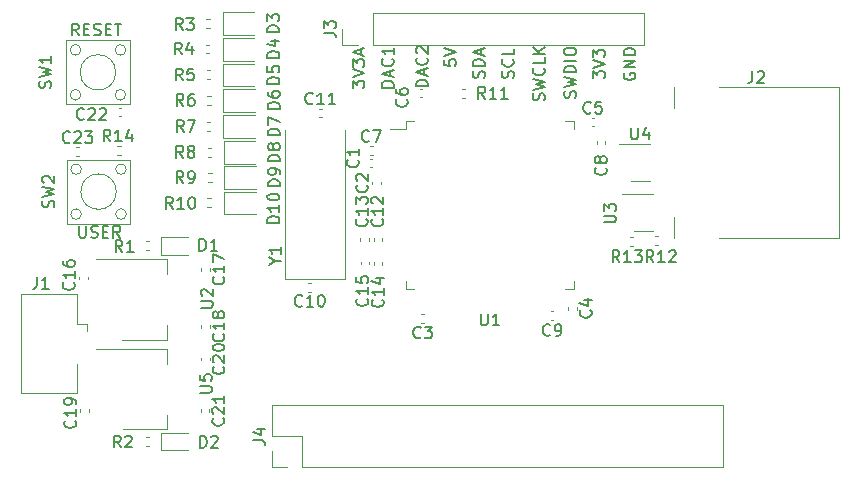
<source format=gbr>
%TF.GenerationSoftware,KiCad,Pcbnew,(6.0.2)*%
%TF.CreationDate,2022-03-17T20:21:47-04:00*%
%TF.ProjectId,sparkboxBreakout,73706172-6b62-46f7-9842-7265616b6f75,rev?*%
%TF.SameCoordinates,Original*%
%TF.FileFunction,Legend,Top*%
%TF.FilePolarity,Positive*%
%FSLAX46Y46*%
G04 Gerber Fmt 4.6, Leading zero omitted, Abs format (unit mm)*
G04 Created by KiCad (PCBNEW (6.0.2)) date 2022-03-17 20:21:47*
%MOMM*%
%LPD*%
G01*
G04 APERTURE LIST*
%ADD10C,0.150000*%
%ADD11C,0.120000*%
G04 APERTURE END LIST*
D10*
X142625000Y-84836904D02*
X142577380Y-84932142D01*
X142577380Y-85075000D01*
X142625000Y-85217857D01*
X142720238Y-85313095D01*
X142815476Y-85360714D01*
X143005952Y-85408333D01*
X143148809Y-85408333D01*
X143339285Y-85360714D01*
X143434523Y-85313095D01*
X143529761Y-85217857D01*
X143577380Y-85075000D01*
X143577380Y-84979761D01*
X143529761Y-84836904D01*
X143482142Y-84789285D01*
X143148809Y-84789285D01*
X143148809Y-84979761D01*
X143577380Y-84360714D02*
X142577380Y-84360714D01*
X143577380Y-83789285D01*
X142577380Y-83789285D01*
X143577380Y-83313095D02*
X142577380Y-83313095D01*
X142577380Y-83075000D01*
X142625000Y-82932142D01*
X142720238Y-82836904D01*
X142815476Y-82789285D01*
X143005952Y-82741666D01*
X143148809Y-82741666D01*
X143339285Y-82789285D01*
X143434523Y-82836904D01*
X143529761Y-82932142D01*
X143577380Y-83075000D01*
X143577380Y-83313095D01*
X139977380Y-85288095D02*
X139977380Y-84669047D01*
X140358333Y-85002380D01*
X140358333Y-84859523D01*
X140405952Y-84764285D01*
X140453571Y-84716666D01*
X140548809Y-84669047D01*
X140786904Y-84669047D01*
X140882142Y-84716666D01*
X140929761Y-84764285D01*
X140977380Y-84859523D01*
X140977380Y-85145238D01*
X140929761Y-85240476D01*
X140882142Y-85288095D01*
X139977380Y-84383333D02*
X140977380Y-84050000D01*
X139977380Y-83716666D01*
X139977380Y-83478571D02*
X139977380Y-82859523D01*
X140358333Y-83192857D01*
X140358333Y-83050000D01*
X140405952Y-82954761D01*
X140453571Y-82907142D01*
X140548809Y-82859523D01*
X140786904Y-82859523D01*
X140882142Y-82907142D01*
X140929761Y-82954761D01*
X140977380Y-83050000D01*
X140977380Y-83335714D01*
X140929761Y-83430952D01*
X140882142Y-83478571D01*
X138504761Y-86919047D02*
X138552380Y-86776190D01*
X138552380Y-86538095D01*
X138504761Y-86442857D01*
X138457142Y-86395238D01*
X138361904Y-86347619D01*
X138266666Y-86347619D01*
X138171428Y-86395238D01*
X138123809Y-86442857D01*
X138076190Y-86538095D01*
X138028571Y-86728571D01*
X137980952Y-86823809D01*
X137933333Y-86871428D01*
X137838095Y-86919047D01*
X137742857Y-86919047D01*
X137647619Y-86871428D01*
X137600000Y-86823809D01*
X137552380Y-86728571D01*
X137552380Y-86490476D01*
X137600000Y-86347619D01*
X137552380Y-86014285D02*
X138552380Y-85776190D01*
X137838095Y-85585714D01*
X138552380Y-85395238D01*
X137552380Y-85157142D01*
X138552380Y-84776190D02*
X137552380Y-84776190D01*
X137552380Y-84538095D01*
X137600000Y-84395238D01*
X137695238Y-84300000D01*
X137790476Y-84252380D01*
X137980952Y-84204761D01*
X138123809Y-84204761D01*
X138314285Y-84252380D01*
X138409523Y-84300000D01*
X138504761Y-84395238D01*
X138552380Y-84538095D01*
X138552380Y-84776190D01*
X138552380Y-83776190D02*
X137552380Y-83776190D01*
X137552380Y-83109523D02*
X137552380Y-82919047D01*
X137600000Y-82823809D01*
X137695238Y-82728571D01*
X137885714Y-82680952D01*
X138219047Y-82680952D01*
X138409523Y-82728571D01*
X138504761Y-82823809D01*
X138552380Y-82919047D01*
X138552380Y-83109523D01*
X138504761Y-83204761D01*
X138409523Y-83300000D01*
X138219047Y-83347619D01*
X137885714Y-83347619D01*
X137695238Y-83300000D01*
X137600000Y-83204761D01*
X137552380Y-83109523D01*
X135854761Y-87136904D02*
X135902380Y-86994047D01*
X135902380Y-86755952D01*
X135854761Y-86660714D01*
X135807142Y-86613095D01*
X135711904Y-86565476D01*
X135616666Y-86565476D01*
X135521428Y-86613095D01*
X135473809Y-86660714D01*
X135426190Y-86755952D01*
X135378571Y-86946428D01*
X135330952Y-87041666D01*
X135283333Y-87089285D01*
X135188095Y-87136904D01*
X135092857Y-87136904D01*
X134997619Y-87089285D01*
X134950000Y-87041666D01*
X134902380Y-86946428D01*
X134902380Y-86708333D01*
X134950000Y-86565476D01*
X134902380Y-86232142D02*
X135902380Y-85994047D01*
X135188095Y-85803571D01*
X135902380Y-85613095D01*
X134902380Y-85375000D01*
X135807142Y-84422619D02*
X135854761Y-84470238D01*
X135902380Y-84613095D01*
X135902380Y-84708333D01*
X135854761Y-84851190D01*
X135759523Y-84946428D01*
X135664285Y-84994047D01*
X135473809Y-85041666D01*
X135330952Y-85041666D01*
X135140476Y-84994047D01*
X135045238Y-84946428D01*
X134950000Y-84851190D01*
X134902380Y-84708333D01*
X134902380Y-84613095D01*
X134950000Y-84470238D01*
X134997619Y-84422619D01*
X135902380Y-83517857D02*
X135902380Y-83994047D01*
X134902380Y-83994047D01*
X135902380Y-83184523D02*
X134902380Y-83184523D01*
X135902380Y-82613095D02*
X135330952Y-83041666D01*
X134902380Y-82613095D02*
X135473809Y-83184523D01*
X133229761Y-85240476D02*
X133277380Y-85097619D01*
X133277380Y-84859523D01*
X133229761Y-84764285D01*
X133182142Y-84716666D01*
X133086904Y-84669047D01*
X132991666Y-84669047D01*
X132896428Y-84716666D01*
X132848809Y-84764285D01*
X132801190Y-84859523D01*
X132753571Y-85050000D01*
X132705952Y-85145238D01*
X132658333Y-85192857D01*
X132563095Y-85240476D01*
X132467857Y-85240476D01*
X132372619Y-85192857D01*
X132325000Y-85145238D01*
X132277380Y-85050000D01*
X132277380Y-84811904D01*
X132325000Y-84669047D01*
X133182142Y-83669047D02*
X133229761Y-83716666D01*
X133277380Y-83859523D01*
X133277380Y-83954761D01*
X133229761Y-84097619D01*
X133134523Y-84192857D01*
X133039285Y-84240476D01*
X132848809Y-84288095D01*
X132705952Y-84288095D01*
X132515476Y-84240476D01*
X132420238Y-84192857D01*
X132325000Y-84097619D01*
X132277380Y-83954761D01*
X132277380Y-83859523D01*
X132325000Y-83716666D01*
X132372619Y-83669047D01*
X133277380Y-82764285D02*
X133277380Y-83240476D01*
X132277380Y-83240476D01*
X130754761Y-85239285D02*
X130802380Y-85096428D01*
X130802380Y-84858333D01*
X130754761Y-84763095D01*
X130707142Y-84715476D01*
X130611904Y-84667857D01*
X130516666Y-84667857D01*
X130421428Y-84715476D01*
X130373809Y-84763095D01*
X130326190Y-84858333D01*
X130278571Y-85048809D01*
X130230952Y-85144047D01*
X130183333Y-85191666D01*
X130088095Y-85239285D01*
X129992857Y-85239285D01*
X129897619Y-85191666D01*
X129850000Y-85144047D01*
X129802380Y-85048809D01*
X129802380Y-84810714D01*
X129850000Y-84667857D01*
X130802380Y-84239285D02*
X129802380Y-84239285D01*
X129802380Y-84001190D01*
X129850000Y-83858333D01*
X129945238Y-83763095D01*
X130040476Y-83715476D01*
X130230952Y-83667857D01*
X130373809Y-83667857D01*
X130564285Y-83715476D01*
X130659523Y-83763095D01*
X130754761Y-83858333D01*
X130802380Y-84001190D01*
X130802380Y-84239285D01*
X130516666Y-83286904D02*
X130516666Y-82810714D01*
X130802380Y-83382142D02*
X129802380Y-83048809D01*
X130802380Y-82715476D01*
X127377380Y-83715476D02*
X127377380Y-84191666D01*
X127853571Y-84239285D01*
X127805952Y-84191666D01*
X127758333Y-84096428D01*
X127758333Y-83858333D01*
X127805952Y-83763095D01*
X127853571Y-83715476D01*
X127948809Y-83667857D01*
X128186904Y-83667857D01*
X128282142Y-83715476D01*
X128329761Y-83763095D01*
X128377380Y-83858333D01*
X128377380Y-84096428D01*
X128329761Y-84191666D01*
X128282142Y-84239285D01*
X127377380Y-83382142D02*
X128377380Y-83048809D01*
X127377380Y-82715476D01*
X126002380Y-85966666D02*
X125002380Y-85966666D01*
X125002380Y-85728571D01*
X125050000Y-85585714D01*
X125145238Y-85490476D01*
X125240476Y-85442857D01*
X125430952Y-85395238D01*
X125573809Y-85395238D01*
X125764285Y-85442857D01*
X125859523Y-85490476D01*
X125954761Y-85585714D01*
X126002380Y-85728571D01*
X126002380Y-85966666D01*
X125716666Y-85014285D02*
X125716666Y-84538095D01*
X126002380Y-85109523D02*
X125002380Y-84776190D01*
X126002380Y-84442857D01*
X125907142Y-83538095D02*
X125954761Y-83585714D01*
X126002380Y-83728571D01*
X126002380Y-83823809D01*
X125954761Y-83966666D01*
X125859523Y-84061904D01*
X125764285Y-84109523D01*
X125573809Y-84157142D01*
X125430952Y-84157142D01*
X125240476Y-84109523D01*
X125145238Y-84061904D01*
X125050000Y-83966666D01*
X125002380Y-83823809D01*
X125002380Y-83728571D01*
X125050000Y-83585714D01*
X125097619Y-83538095D01*
X125097619Y-83157142D02*
X125050000Y-83109523D01*
X125002380Y-83014285D01*
X125002380Y-82776190D01*
X125050000Y-82680952D01*
X125097619Y-82633333D01*
X125192857Y-82585714D01*
X125288095Y-82585714D01*
X125430952Y-82633333D01*
X126002380Y-83204761D01*
X126002380Y-82585714D01*
X123102380Y-86066666D02*
X122102380Y-86066666D01*
X122102380Y-85828571D01*
X122150000Y-85685714D01*
X122245238Y-85590476D01*
X122340476Y-85542857D01*
X122530952Y-85495238D01*
X122673809Y-85495238D01*
X122864285Y-85542857D01*
X122959523Y-85590476D01*
X123054761Y-85685714D01*
X123102380Y-85828571D01*
X123102380Y-86066666D01*
X122816666Y-85114285D02*
X122816666Y-84638095D01*
X123102380Y-85209523D02*
X122102380Y-84876190D01*
X123102380Y-84542857D01*
X123007142Y-83638095D02*
X123054761Y-83685714D01*
X123102380Y-83828571D01*
X123102380Y-83923809D01*
X123054761Y-84066666D01*
X122959523Y-84161904D01*
X122864285Y-84209523D01*
X122673809Y-84257142D01*
X122530952Y-84257142D01*
X122340476Y-84209523D01*
X122245238Y-84161904D01*
X122150000Y-84066666D01*
X122102380Y-83923809D01*
X122102380Y-83828571D01*
X122150000Y-83685714D01*
X122197619Y-83638095D01*
X123102380Y-82685714D02*
X123102380Y-83257142D01*
X123102380Y-82971428D02*
X122102380Y-82971428D01*
X122245238Y-83066666D01*
X122340476Y-83161904D01*
X122388095Y-83257142D01*
X119627380Y-86091666D02*
X119627380Y-85472619D01*
X120008333Y-85805952D01*
X120008333Y-85663095D01*
X120055952Y-85567857D01*
X120103571Y-85520238D01*
X120198809Y-85472619D01*
X120436904Y-85472619D01*
X120532142Y-85520238D01*
X120579761Y-85567857D01*
X120627380Y-85663095D01*
X120627380Y-85948809D01*
X120579761Y-86044047D01*
X120532142Y-86091666D01*
X119627380Y-85186904D02*
X120627380Y-84853571D01*
X119627380Y-84520238D01*
X119627380Y-84282142D02*
X119627380Y-83663095D01*
X120008333Y-83996428D01*
X120008333Y-83853571D01*
X120055952Y-83758333D01*
X120103571Y-83710714D01*
X120198809Y-83663095D01*
X120436904Y-83663095D01*
X120532142Y-83710714D01*
X120579761Y-83758333D01*
X120627380Y-83853571D01*
X120627380Y-84139285D01*
X120579761Y-84234523D01*
X120532142Y-84282142D01*
X120341666Y-83282142D02*
X120341666Y-82805952D01*
X120627380Y-83377380D02*
X119627380Y-83044047D01*
X120627380Y-82710714D01*
X96485714Y-97777380D02*
X96485714Y-98586904D01*
X96533333Y-98682142D01*
X96580952Y-98729761D01*
X96676190Y-98777380D01*
X96866666Y-98777380D01*
X96961904Y-98729761D01*
X97009523Y-98682142D01*
X97057142Y-98586904D01*
X97057142Y-97777380D01*
X97485714Y-98729761D02*
X97628571Y-98777380D01*
X97866666Y-98777380D01*
X97961904Y-98729761D01*
X98009523Y-98682142D01*
X98057142Y-98586904D01*
X98057142Y-98491666D01*
X98009523Y-98396428D01*
X97961904Y-98348809D01*
X97866666Y-98301190D01*
X97676190Y-98253571D01*
X97580952Y-98205952D01*
X97533333Y-98158333D01*
X97485714Y-98063095D01*
X97485714Y-97967857D01*
X97533333Y-97872619D01*
X97580952Y-97825000D01*
X97676190Y-97777380D01*
X97914285Y-97777380D01*
X98057142Y-97825000D01*
X98485714Y-98253571D02*
X98819047Y-98253571D01*
X98961904Y-98777380D02*
X98485714Y-98777380D01*
X98485714Y-97777380D01*
X98961904Y-97777380D01*
X99961904Y-98777380D02*
X99628571Y-98301190D01*
X99390476Y-98777380D02*
X99390476Y-97777380D01*
X99771428Y-97777380D01*
X99866666Y-97825000D01*
X99914285Y-97872619D01*
X99961904Y-97967857D01*
X99961904Y-98110714D01*
X99914285Y-98205952D01*
X99866666Y-98253571D01*
X99771428Y-98301190D01*
X99390476Y-98301190D01*
X96447619Y-81652380D02*
X96114285Y-81176190D01*
X95876190Y-81652380D02*
X95876190Y-80652380D01*
X96257142Y-80652380D01*
X96352380Y-80700000D01*
X96400000Y-80747619D01*
X96447619Y-80842857D01*
X96447619Y-80985714D01*
X96400000Y-81080952D01*
X96352380Y-81128571D01*
X96257142Y-81176190D01*
X95876190Y-81176190D01*
X96876190Y-81128571D02*
X97209523Y-81128571D01*
X97352380Y-81652380D02*
X96876190Y-81652380D01*
X96876190Y-80652380D01*
X97352380Y-80652380D01*
X97733333Y-81604761D02*
X97876190Y-81652380D01*
X98114285Y-81652380D01*
X98209523Y-81604761D01*
X98257142Y-81557142D01*
X98304761Y-81461904D01*
X98304761Y-81366666D01*
X98257142Y-81271428D01*
X98209523Y-81223809D01*
X98114285Y-81176190D01*
X97923809Y-81128571D01*
X97828571Y-81080952D01*
X97780952Y-81033333D01*
X97733333Y-80938095D01*
X97733333Y-80842857D01*
X97780952Y-80747619D01*
X97828571Y-80700000D01*
X97923809Y-80652380D01*
X98161904Y-80652380D01*
X98304761Y-80700000D01*
X98733333Y-81128571D02*
X99066666Y-81128571D01*
X99209523Y-81652380D02*
X98733333Y-81652380D01*
X98733333Y-80652380D01*
X99209523Y-80652380D01*
X99495238Y-80652380D02*
X100066666Y-80652380D01*
X99780952Y-81652380D02*
X99780952Y-80652380D01*
%TO.C,*%
%TO.C,Y1*%
X113076190Y-100751190D02*
X113552380Y-100751190D01*
X112552380Y-101084523D02*
X113076190Y-100751190D01*
X112552380Y-100417857D01*
X113552380Y-99560714D02*
X113552380Y-100132142D01*
X113552380Y-99846428D02*
X112552380Y-99846428D01*
X112695238Y-99941666D01*
X112790476Y-100036904D01*
X112838095Y-100132142D01*
%TO.C,U5*%
X106702380Y-111911904D02*
X107511904Y-111911904D01*
X107607142Y-111864285D01*
X107654761Y-111816666D01*
X107702380Y-111721428D01*
X107702380Y-111530952D01*
X107654761Y-111435714D01*
X107607142Y-111388095D01*
X107511904Y-111340476D01*
X106702380Y-111340476D01*
X106702380Y-110388095D02*
X106702380Y-110864285D01*
X107178571Y-110911904D01*
X107130952Y-110864285D01*
X107083333Y-110769047D01*
X107083333Y-110530952D01*
X107130952Y-110435714D01*
X107178571Y-110388095D01*
X107273809Y-110340476D01*
X107511904Y-110340476D01*
X107607142Y-110388095D01*
X107654761Y-110435714D01*
X107702380Y-110530952D01*
X107702380Y-110769047D01*
X107654761Y-110864285D01*
X107607142Y-110911904D01*
%TO.C,U4*%
X143213095Y-89452380D02*
X143213095Y-90261904D01*
X143260714Y-90357142D01*
X143308333Y-90404761D01*
X143403571Y-90452380D01*
X143594047Y-90452380D01*
X143689285Y-90404761D01*
X143736904Y-90357142D01*
X143784523Y-90261904D01*
X143784523Y-89452380D01*
X144689285Y-89785714D02*
X144689285Y-90452380D01*
X144451190Y-89404761D02*
X144213095Y-90119047D01*
X144832142Y-90119047D01*
%TO.C,U3*%
X140927380Y-97486904D02*
X141736904Y-97486904D01*
X141832142Y-97439285D01*
X141879761Y-97391666D01*
X141927380Y-97296428D01*
X141927380Y-97105952D01*
X141879761Y-97010714D01*
X141832142Y-96963095D01*
X141736904Y-96915476D01*
X140927380Y-96915476D01*
X140927380Y-96534523D02*
X140927380Y-95915476D01*
X141308333Y-96248809D01*
X141308333Y-96105952D01*
X141355952Y-96010714D01*
X141403571Y-95963095D01*
X141498809Y-95915476D01*
X141736904Y-95915476D01*
X141832142Y-95963095D01*
X141879761Y-96010714D01*
X141927380Y-96105952D01*
X141927380Y-96391666D01*
X141879761Y-96486904D01*
X141832142Y-96534523D01*
%TO.C,U2*%
X106802380Y-104686904D02*
X107611904Y-104686904D01*
X107707142Y-104639285D01*
X107754761Y-104591666D01*
X107802380Y-104496428D01*
X107802380Y-104305952D01*
X107754761Y-104210714D01*
X107707142Y-104163095D01*
X107611904Y-104115476D01*
X106802380Y-104115476D01*
X106897619Y-103686904D02*
X106850000Y-103639285D01*
X106802380Y-103544047D01*
X106802380Y-103305952D01*
X106850000Y-103210714D01*
X106897619Y-103163095D01*
X106992857Y-103115476D01*
X107088095Y-103115476D01*
X107230952Y-103163095D01*
X107802380Y-103734523D01*
X107802380Y-103115476D01*
%TO.C,U1*%
X130488095Y-105202380D02*
X130488095Y-106011904D01*
X130535714Y-106107142D01*
X130583333Y-106154761D01*
X130678571Y-106202380D01*
X130869047Y-106202380D01*
X130964285Y-106154761D01*
X131011904Y-106107142D01*
X131059523Y-106011904D01*
X131059523Y-105202380D01*
X132059523Y-106202380D02*
X131488095Y-106202380D01*
X131773809Y-106202380D02*
X131773809Y-105202380D01*
X131678571Y-105345238D01*
X131583333Y-105440476D01*
X131488095Y-105488095D01*
%TO.C,SW2*%
X94329761Y-96208333D02*
X94377380Y-96065476D01*
X94377380Y-95827380D01*
X94329761Y-95732142D01*
X94282142Y-95684523D01*
X94186904Y-95636904D01*
X94091666Y-95636904D01*
X93996428Y-95684523D01*
X93948809Y-95732142D01*
X93901190Y-95827380D01*
X93853571Y-96017857D01*
X93805952Y-96113095D01*
X93758333Y-96160714D01*
X93663095Y-96208333D01*
X93567857Y-96208333D01*
X93472619Y-96160714D01*
X93425000Y-96113095D01*
X93377380Y-96017857D01*
X93377380Y-95779761D01*
X93425000Y-95636904D01*
X93377380Y-95303571D02*
X94377380Y-95065476D01*
X93663095Y-94875000D01*
X94377380Y-94684523D01*
X93377380Y-94446428D01*
X93472619Y-94113095D02*
X93425000Y-94065476D01*
X93377380Y-93970238D01*
X93377380Y-93732142D01*
X93425000Y-93636904D01*
X93472619Y-93589285D01*
X93567857Y-93541666D01*
X93663095Y-93541666D01*
X93805952Y-93589285D01*
X94377380Y-94160714D01*
X94377380Y-93541666D01*
%TO.C,SW1*%
X94054761Y-86083333D02*
X94102380Y-85940476D01*
X94102380Y-85702380D01*
X94054761Y-85607142D01*
X94007142Y-85559523D01*
X93911904Y-85511904D01*
X93816666Y-85511904D01*
X93721428Y-85559523D01*
X93673809Y-85607142D01*
X93626190Y-85702380D01*
X93578571Y-85892857D01*
X93530952Y-85988095D01*
X93483333Y-86035714D01*
X93388095Y-86083333D01*
X93292857Y-86083333D01*
X93197619Y-86035714D01*
X93150000Y-85988095D01*
X93102380Y-85892857D01*
X93102380Y-85654761D01*
X93150000Y-85511904D01*
X93102380Y-85178571D02*
X94102380Y-84940476D01*
X93388095Y-84750000D01*
X94102380Y-84559523D01*
X93102380Y-84321428D01*
X94102380Y-83416666D02*
X94102380Y-83988095D01*
X94102380Y-83702380D02*
X93102380Y-83702380D01*
X93245238Y-83797619D01*
X93340476Y-83892857D01*
X93388095Y-83988095D01*
%TO.C,R14*%
X99117142Y-90627380D02*
X98783809Y-90151190D01*
X98545714Y-90627380D02*
X98545714Y-89627380D01*
X98926666Y-89627380D01*
X99021904Y-89675000D01*
X99069523Y-89722619D01*
X99117142Y-89817857D01*
X99117142Y-89960714D01*
X99069523Y-90055952D01*
X99021904Y-90103571D01*
X98926666Y-90151190D01*
X98545714Y-90151190D01*
X100069523Y-90627380D02*
X99498095Y-90627380D01*
X99783809Y-90627380D02*
X99783809Y-89627380D01*
X99688571Y-89770238D01*
X99593333Y-89865476D01*
X99498095Y-89913095D01*
X100926666Y-89960714D02*
X100926666Y-90627380D01*
X100688571Y-89579761D02*
X100450476Y-90294047D01*
X101069523Y-90294047D01*
%TO.C,R13*%
X142232142Y-100852380D02*
X141898809Y-100376190D01*
X141660714Y-100852380D02*
X141660714Y-99852380D01*
X142041666Y-99852380D01*
X142136904Y-99900000D01*
X142184523Y-99947619D01*
X142232142Y-100042857D01*
X142232142Y-100185714D01*
X142184523Y-100280952D01*
X142136904Y-100328571D01*
X142041666Y-100376190D01*
X141660714Y-100376190D01*
X143184523Y-100852380D02*
X142613095Y-100852380D01*
X142898809Y-100852380D02*
X142898809Y-99852380D01*
X142803571Y-99995238D01*
X142708333Y-100090476D01*
X142613095Y-100138095D01*
X143517857Y-99852380D02*
X144136904Y-99852380D01*
X143803571Y-100233333D01*
X143946428Y-100233333D01*
X144041666Y-100280952D01*
X144089285Y-100328571D01*
X144136904Y-100423809D01*
X144136904Y-100661904D01*
X144089285Y-100757142D01*
X144041666Y-100804761D01*
X143946428Y-100852380D01*
X143660714Y-100852380D01*
X143565476Y-100804761D01*
X143517857Y-100757142D01*
%TO.C,R12*%
X145107142Y-100852380D02*
X144773809Y-100376190D01*
X144535714Y-100852380D02*
X144535714Y-99852380D01*
X144916666Y-99852380D01*
X145011904Y-99900000D01*
X145059523Y-99947619D01*
X145107142Y-100042857D01*
X145107142Y-100185714D01*
X145059523Y-100280952D01*
X145011904Y-100328571D01*
X144916666Y-100376190D01*
X144535714Y-100376190D01*
X146059523Y-100852380D02*
X145488095Y-100852380D01*
X145773809Y-100852380D02*
X145773809Y-99852380D01*
X145678571Y-99995238D01*
X145583333Y-100090476D01*
X145488095Y-100138095D01*
X146440476Y-99947619D02*
X146488095Y-99900000D01*
X146583333Y-99852380D01*
X146821428Y-99852380D01*
X146916666Y-99900000D01*
X146964285Y-99947619D01*
X147011904Y-100042857D01*
X147011904Y-100138095D01*
X146964285Y-100280952D01*
X146392857Y-100852380D01*
X147011904Y-100852380D01*
%TO.C,R11*%
X130857142Y-87002380D02*
X130523809Y-86526190D01*
X130285714Y-87002380D02*
X130285714Y-86002380D01*
X130666666Y-86002380D01*
X130761904Y-86050000D01*
X130809523Y-86097619D01*
X130857142Y-86192857D01*
X130857142Y-86335714D01*
X130809523Y-86430952D01*
X130761904Y-86478571D01*
X130666666Y-86526190D01*
X130285714Y-86526190D01*
X131809523Y-87002380D02*
X131238095Y-87002380D01*
X131523809Y-87002380D02*
X131523809Y-86002380D01*
X131428571Y-86145238D01*
X131333333Y-86240476D01*
X131238095Y-86288095D01*
X132761904Y-87002380D02*
X132190476Y-87002380D01*
X132476190Y-87002380D02*
X132476190Y-86002380D01*
X132380952Y-86145238D01*
X132285714Y-86240476D01*
X132190476Y-86288095D01*
%TO.C,R10*%
X104407142Y-96327380D02*
X104073809Y-95851190D01*
X103835714Y-96327380D02*
X103835714Y-95327380D01*
X104216666Y-95327380D01*
X104311904Y-95375000D01*
X104359523Y-95422619D01*
X104407142Y-95517857D01*
X104407142Y-95660714D01*
X104359523Y-95755952D01*
X104311904Y-95803571D01*
X104216666Y-95851190D01*
X103835714Y-95851190D01*
X105359523Y-96327380D02*
X104788095Y-96327380D01*
X105073809Y-96327380D02*
X105073809Y-95327380D01*
X104978571Y-95470238D01*
X104883333Y-95565476D01*
X104788095Y-95613095D01*
X105978571Y-95327380D02*
X106073809Y-95327380D01*
X106169047Y-95375000D01*
X106216666Y-95422619D01*
X106264285Y-95517857D01*
X106311904Y-95708333D01*
X106311904Y-95946428D01*
X106264285Y-96136904D01*
X106216666Y-96232142D01*
X106169047Y-96279761D01*
X106073809Y-96327380D01*
X105978571Y-96327380D01*
X105883333Y-96279761D01*
X105835714Y-96232142D01*
X105788095Y-96136904D01*
X105740476Y-95946428D01*
X105740476Y-95708333D01*
X105788095Y-95517857D01*
X105835714Y-95422619D01*
X105883333Y-95375000D01*
X105978571Y-95327380D01*
%TO.C,R9*%
X105308333Y-94152380D02*
X104975000Y-93676190D01*
X104736904Y-94152380D02*
X104736904Y-93152380D01*
X105117857Y-93152380D01*
X105213095Y-93200000D01*
X105260714Y-93247619D01*
X105308333Y-93342857D01*
X105308333Y-93485714D01*
X105260714Y-93580952D01*
X105213095Y-93628571D01*
X105117857Y-93676190D01*
X104736904Y-93676190D01*
X105784523Y-94152380D02*
X105975000Y-94152380D01*
X106070238Y-94104761D01*
X106117857Y-94057142D01*
X106213095Y-93914285D01*
X106260714Y-93723809D01*
X106260714Y-93342857D01*
X106213095Y-93247619D01*
X106165476Y-93200000D01*
X106070238Y-93152380D01*
X105879761Y-93152380D01*
X105784523Y-93200000D01*
X105736904Y-93247619D01*
X105689285Y-93342857D01*
X105689285Y-93580952D01*
X105736904Y-93676190D01*
X105784523Y-93723809D01*
X105879761Y-93771428D01*
X106070238Y-93771428D01*
X106165476Y-93723809D01*
X106213095Y-93676190D01*
X106260714Y-93580952D01*
%TO.C,R8*%
X105283333Y-92002380D02*
X104950000Y-91526190D01*
X104711904Y-92002380D02*
X104711904Y-91002380D01*
X105092857Y-91002380D01*
X105188095Y-91050000D01*
X105235714Y-91097619D01*
X105283333Y-91192857D01*
X105283333Y-91335714D01*
X105235714Y-91430952D01*
X105188095Y-91478571D01*
X105092857Y-91526190D01*
X104711904Y-91526190D01*
X105854761Y-91430952D02*
X105759523Y-91383333D01*
X105711904Y-91335714D01*
X105664285Y-91240476D01*
X105664285Y-91192857D01*
X105711904Y-91097619D01*
X105759523Y-91050000D01*
X105854761Y-91002380D01*
X106045238Y-91002380D01*
X106140476Y-91050000D01*
X106188095Y-91097619D01*
X106235714Y-91192857D01*
X106235714Y-91240476D01*
X106188095Y-91335714D01*
X106140476Y-91383333D01*
X106045238Y-91430952D01*
X105854761Y-91430952D01*
X105759523Y-91478571D01*
X105711904Y-91526190D01*
X105664285Y-91621428D01*
X105664285Y-91811904D01*
X105711904Y-91907142D01*
X105759523Y-91954761D01*
X105854761Y-92002380D01*
X106045238Y-92002380D01*
X106140476Y-91954761D01*
X106188095Y-91907142D01*
X106235714Y-91811904D01*
X106235714Y-91621428D01*
X106188095Y-91526190D01*
X106140476Y-91478571D01*
X106045238Y-91430952D01*
%TO.C,R7*%
X105333333Y-89827380D02*
X105000000Y-89351190D01*
X104761904Y-89827380D02*
X104761904Y-88827380D01*
X105142857Y-88827380D01*
X105238095Y-88875000D01*
X105285714Y-88922619D01*
X105333333Y-89017857D01*
X105333333Y-89160714D01*
X105285714Y-89255952D01*
X105238095Y-89303571D01*
X105142857Y-89351190D01*
X104761904Y-89351190D01*
X105666666Y-88827380D02*
X106333333Y-88827380D01*
X105904761Y-89827380D01*
%TO.C,R6*%
X105308333Y-87602380D02*
X104975000Y-87126190D01*
X104736904Y-87602380D02*
X104736904Y-86602380D01*
X105117857Y-86602380D01*
X105213095Y-86650000D01*
X105260714Y-86697619D01*
X105308333Y-86792857D01*
X105308333Y-86935714D01*
X105260714Y-87030952D01*
X105213095Y-87078571D01*
X105117857Y-87126190D01*
X104736904Y-87126190D01*
X106165476Y-86602380D02*
X105975000Y-86602380D01*
X105879761Y-86650000D01*
X105832142Y-86697619D01*
X105736904Y-86840476D01*
X105689285Y-87030952D01*
X105689285Y-87411904D01*
X105736904Y-87507142D01*
X105784523Y-87554761D01*
X105879761Y-87602380D01*
X106070238Y-87602380D01*
X106165476Y-87554761D01*
X106213095Y-87507142D01*
X106260714Y-87411904D01*
X106260714Y-87173809D01*
X106213095Y-87078571D01*
X106165476Y-87030952D01*
X106070238Y-86983333D01*
X105879761Y-86983333D01*
X105784523Y-87030952D01*
X105736904Y-87078571D01*
X105689285Y-87173809D01*
%TO.C,R5*%
X105233333Y-85452380D02*
X104900000Y-84976190D01*
X104661904Y-85452380D02*
X104661904Y-84452380D01*
X105042857Y-84452380D01*
X105138095Y-84500000D01*
X105185714Y-84547619D01*
X105233333Y-84642857D01*
X105233333Y-84785714D01*
X105185714Y-84880952D01*
X105138095Y-84928571D01*
X105042857Y-84976190D01*
X104661904Y-84976190D01*
X106138095Y-84452380D02*
X105661904Y-84452380D01*
X105614285Y-84928571D01*
X105661904Y-84880952D01*
X105757142Y-84833333D01*
X105995238Y-84833333D01*
X106090476Y-84880952D01*
X106138095Y-84928571D01*
X106185714Y-85023809D01*
X106185714Y-85261904D01*
X106138095Y-85357142D01*
X106090476Y-85404761D01*
X105995238Y-85452380D01*
X105757142Y-85452380D01*
X105661904Y-85404761D01*
X105614285Y-85357142D01*
%TO.C,R4*%
X105183333Y-83252380D02*
X104850000Y-82776190D01*
X104611904Y-83252380D02*
X104611904Y-82252380D01*
X104992857Y-82252380D01*
X105088095Y-82300000D01*
X105135714Y-82347619D01*
X105183333Y-82442857D01*
X105183333Y-82585714D01*
X105135714Y-82680952D01*
X105088095Y-82728571D01*
X104992857Y-82776190D01*
X104611904Y-82776190D01*
X106040476Y-82585714D02*
X106040476Y-83252380D01*
X105802380Y-82204761D02*
X105564285Y-82919047D01*
X106183333Y-82919047D01*
%TO.C,R3*%
X105233333Y-81177380D02*
X104900000Y-80701190D01*
X104661904Y-81177380D02*
X104661904Y-80177380D01*
X105042857Y-80177380D01*
X105138095Y-80225000D01*
X105185714Y-80272619D01*
X105233333Y-80367857D01*
X105233333Y-80510714D01*
X105185714Y-80605952D01*
X105138095Y-80653571D01*
X105042857Y-80701190D01*
X104661904Y-80701190D01*
X105566666Y-80177380D02*
X106185714Y-80177380D01*
X105852380Y-80558333D01*
X105995238Y-80558333D01*
X106090476Y-80605952D01*
X106138095Y-80653571D01*
X106185714Y-80748809D01*
X106185714Y-80986904D01*
X106138095Y-81082142D01*
X106090476Y-81129761D01*
X105995238Y-81177380D01*
X105709523Y-81177380D01*
X105614285Y-81129761D01*
X105566666Y-81082142D01*
%TO.C,R2*%
X100008333Y-116527380D02*
X99675000Y-116051190D01*
X99436904Y-116527380D02*
X99436904Y-115527380D01*
X99817857Y-115527380D01*
X99913095Y-115575000D01*
X99960714Y-115622619D01*
X100008333Y-115717857D01*
X100008333Y-115860714D01*
X99960714Y-115955952D01*
X99913095Y-116003571D01*
X99817857Y-116051190D01*
X99436904Y-116051190D01*
X100389285Y-115622619D02*
X100436904Y-115575000D01*
X100532142Y-115527380D01*
X100770238Y-115527380D01*
X100865476Y-115575000D01*
X100913095Y-115622619D01*
X100960714Y-115717857D01*
X100960714Y-115813095D01*
X100913095Y-115955952D01*
X100341666Y-116527380D01*
X100960714Y-116527380D01*
%TO.C,R1*%
X100133333Y-99977380D02*
X99800000Y-99501190D01*
X99561904Y-99977380D02*
X99561904Y-98977380D01*
X99942857Y-98977380D01*
X100038095Y-99025000D01*
X100085714Y-99072619D01*
X100133333Y-99167857D01*
X100133333Y-99310714D01*
X100085714Y-99405952D01*
X100038095Y-99453571D01*
X99942857Y-99501190D01*
X99561904Y-99501190D01*
X101085714Y-99977380D02*
X100514285Y-99977380D01*
X100800000Y-99977380D02*
X100800000Y-98977380D01*
X100704761Y-99120238D01*
X100609523Y-99215476D01*
X100514285Y-99263095D01*
%TO.C,J4*%
X111222380Y-115913333D02*
X111936666Y-115913333D01*
X112079523Y-115960952D01*
X112174761Y-116056190D01*
X112222380Y-116199047D01*
X112222380Y-116294285D01*
X111555714Y-115008571D02*
X112222380Y-115008571D01*
X111174761Y-115246666D02*
X111889047Y-115484761D01*
X111889047Y-114865714D01*
%TO.C,J3*%
X117197380Y-81433333D02*
X117911666Y-81433333D01*
X118054523Y-81480952D01*
X118149761Y-81576190D01*
X118197380Y-81719047D01*
X118197380Y-81814285D01*
X117197380Y-81052380D02*
X117197380Y-80433333D01*
X117578333Y-80766666D01*
X117578333Y-80623809D01*
X117625952Y-80528571D01*
X117673571Y-80480952D01*
X117768809Y-80433333D01*
X118006904Y-80433333D01*
X118102142Y-80480952D01*
X118149761Y-80528571D01*
X118197380Y-80623809D01*
X118197380Y-80909523D01*
X118149761Y-81004761D01*
X118102142Y-81052380D01*
%TO.C,J2*%
X153491666Y-84677380D02*
X153491666Y-85391666D01*
X153444047Y-85534523D01*
X153348809Y-85629761D01*
X153205952Y-85677380D01*
X153110714Y-85677380D01*
X153920238Y-84772619D02*
X153967857Y-84725000D01*
X154063095Y-84677380D01*
X154301190Y-84677380D01*
X154396428Y-84725000D01*
X154444047Y-84772619D01*
X154491666Y-84867857D01*
X154491666Y-84963095D01*
X154444047Y-85105952D01*
X153872619Y-85677380D01*
X154491666Y-85677380D01*
%TO.C,J1*%
X92916666Y-102102380D02*
X92916666Y-102816666D01*
X92869047Y-102959523D01*
X92773809Y-103054761D01*
X92630952Y-103102380D01*
X92535714Y-103102380D01*
X93916666Y-103102380D02*
X93345238Y-103102380D01*
X93630952Y-103102380D02*
X93630952Y-102102380D01*
X93535714Y-102245238D01*
X93440476Y-102340476D01*
X93345238Y-102388095D01*
%TO.C,D10*%
X113427380Y-97514285D02*
X112427380Y-97514285D01*
X112427380Y-97276190D01*
X112475000Y-97133333D01*
X112570238Y-97038095D01*
X112665476Y-96990476D01*
X112855952Y-96942857D01*
X112998809Y-96942857D01*
X113189285Y-96990476D01*
X113284523Y-97038095D01*
X113379761Y-97133333D01*
X113427380Y-97276190D01*
X113427380Y-97514285D01*
X113427380Y-95990476D02*
X113427380Y-96561904D01*
X113427380Y-96276190D02*
X112427380Y-96276190D01*
X112570238Y-96371428D01*
X112665476Y-96466666D01*
X112713095Y-96561904D01*
X112427380Y-95371428D02*
X112427380Y-95276190D01*
X112475000Y-95180952D01*
X112522619Y-95133333D01*
X112617857Y-95085714D01*
X112808333Y-95038095D01*
X113046428Y-95038095D01*
X113236904Y-95085714D01*
X113332142Y-95133333D01*
X113379761Y-95180952D01*
X113427380Y-95276190D01*
X113427380Y-95371428D01*
X113379761Y-95466666D01*
X113332142Y-95514285D01*
X113236904Y-95561904D01*
X113046428Y-95609523D01*
X112808333Y-95609523D01*
X112617857Y-95561904D01*
X112522619Y-95514285D01*
X112475000Y-95466666D01*
X112427380Y-95371428D01*
%TO.C,D9*%
X113502380Y-94413095D02*
X112502380Y-94413095D01*
X112502380Y-94175000D01*
X112550000Y-94032142D01*
X112645238Y-93936904D01*
X112740476Y-93889285D01*
X112930952Y-93841666D01*
X113073809Y-93841666D01*
X113264285Y-93889285D01*
X113359523Y-93936904D01*
X113454761Y-94032142D01*
X113502380Y-94175000D01*
X113502380Y-94413095D01*
X113502380Y-93365476D02*
X113502380Y-93175000D01*
X113454761Y-93079761D01*
X113407142Y-93032142D01*
X113264285Y-92936904D01*
X113073809Y-92889285D01*
X112692857Y-92889285D01*
X112597619Y-92936904D01*
X112550000Y-92984523D01*
X112502380Y-93079761D01*
X112502380Y-93270238D01*
X112550000Y-93365476D01*
X112597619Y-93413095D01*
X112692857Y-93460714D01*
X112930952Y-93460714D01*
X113026190Y-93413095D01*
X113073809Y-93365476D01*
X113121428Y-93270238D01*
X113121428Y-93079761D01*
X113073809Y-92984523D01*
X113026190Y-92936904D01*
X112930952Y-92889285D01*
%TO.C,D8*%
X113477380Y-92313095D02*
X112477380Y-92313095D01*
X112477380Y-92075000D01*
X112525000Y-91932142D01*
X112620238Y-91836904D01*
X112715476Y-91789285D01*
X112905952Y-91741666D01*
X113048809Y-91741666D01*
X113239285Y-91789285D01*
X113334523Y-91836904D01*
X113429761Y-91932142D01*
X113477380Y-92075000D01*
X113477380Y-92313095D01*
X112905952Y-91170238D02*
X112858333Y-91265476D01*
X112810714Y-91313095D01*
X112715476Y-91360714D01*
X112667857Y-91360714D01*
X112572619Y-91313095D01*
X112525000Y-91265476D01*
X112477380Y-91170238D01*
X112477380Y-90979761D01*
X112525000Y-90884523D01*
X112572619Y-90836904D01*
X112667857Y-90789285D01*
X112715476Y-90789285D01*
X112810714Y-90836904D01*
X112858333Y-90884523D01*
X112905952Y-90979761D01*
X112905952Y-91170238D01*
X112953571Y-91265476D01*
X113001190Y-91313095D01*
X113096428Y-91360714D01*
X113286904Y-91360714D01*
X113382142Y-91313095D01*
X113429761Y-91265476D01*
X113477380Y-91170238D01*
X113477380Y-90979761D01*
X113429761Y-90884523D01*
X113382142Y-90836904D01*
X113286904Y-90789285D01*
X113096428Y-90789285D01*
X113001190Y-90836904D01*
X112953571Y-90884523D01*
X112905952Y-90979761D01*
%TO.C,D7*%
X113452380Y-90113095D02*
X112452380Y-90113095D01*
X112452380Y-89875000D01*
X112500000Y-89732142D01*
X112595238Y-89636904D01*
X112690476Y-89589285D01*
X112880952Y-89541666D01*
X113023809Y-89541666D01*
X113214285Y-89589285D01*
X113309523Y-89636904D01*
X113404761Y-89732142D01*
X113452380Y-89875000D01*
X113452380Y-90113095D01*
X112452380Y-89208333D02*
X112452380Y-88541666D01*
X113452380Y-88970238D01*
%TO.C,D6*%
X113452380Y-87863095D02*
X112452380Y-87863095D01*
X112452380Y-87625000D01*
X112500000Y-87482142D01*
X112595238Y-87386904D01*
X112690476Y-87339285D01*
X112880952Y-87291666D01*
X113023809Y-87291666D01*
X113214285Y-87339285D01*
X113309523Y-87386904D01*
X113404761Y-87482142D01*
X113452380Y-87625000D01*
X113452380Y-87863095D01*
X112452380Y-86434523D02*
X112452380Y-86625000D01*
X112500000Y-86720238D01*
X112547619Y-86767857D01*
X112690476Y-86863095D01*
X112880952Y-86910714D01*
X113261904Y-86910714D01*
X113357142Y-86863095D01*
X113404761Y-86815476D01*
X113452380Y-86720238D01*
X113452380Y-86529761D01*
X113404761Y-86434523D01*
X113357142Y-86386904D01*
X113261904Y-86339285D01*
X113023809Y-86339285D01*
X112928571Y-86386904D01*
X112880952Y-86434523D01*
X112833333Y-86529761D01*
X112833333Y-86720238D01*
X112880952Y-86815476D01*
X112928571Y-86863095D01*
X113023809Y-86910714D01*
%TO.C,D5*%
X113427380Y-85738095D02*
X112427380Y-85738095D01*
X112427380Y-85500000D01*
X112475000Y-85357142D01*
X112570238Y-85261904D01*
X112665476Y-85214285D01*
X112855952Y-85166666D01*
X112998809Y-85166666D01*
X113189285Y-85214285D01*
X113284523Y-85261904D01*
X113379761Y-85357142D01*
X113427380Y-85500000D01*
X113427380Y-85738095D01*
X112427380Y-84261904D02*
X112427380Y-84738095D01*
X112903571Y-84785714D01*
X112855952Y-84738095D01*
X112808333Y-84642857D01*
X112808333Y-84404761D01*
X112855952Y-84309523D01*
X112903571Y-84261904D01*
X112998809Y-84214285D01*
X113236904Y-84214285D01*
X113332142Y-84261904D01*
X113379761Y-84309523D01*
X113427380Y-84404761D01*
X113427380Y-84642857D01*
X113379761Y-84738095D01*
X113332142Y-84785714D01*
%TO.C,D4*%
X113427380Y-83538095D02*
X112427380Y-83538095D01*
X112427380Y-83300000D01*
X112475000Y-83157142D01*
X112570238Y-83061904D01*
X112665476Y-83014285D01*
X112855952Y-82966666D01*
X112998809Y-82966666D01*
X113189285Y-83014285D01*
X113284523Y-83061904D01*
X113379761Y-83157142D01*
X113427380Y-83300000D01*
X113427380Y-83538095D01*
X112760714Y-82109523D02*
X113427380Y-82109523D01*
X112379761Y-82347619D02*
X113094047Y-82585714D01*
X113094047Y-81966666D01*
%TO.C,D3*%
X113402380Y-81363095D02*
X112402380Y-81363095D01*
X112402380Y-81125000D01*
X112450000Y-80982142D01*
X112545238Y-80886904D01*
X112640476Y-80839285D01*
X112830952Y-80791666D01*
X112973809Y-80791666D01*
X113164285Y-80839285D01*
X113259523Y-80886904D01*
X113354761Y-80982142D01*
X113402380Y-81125000D01*
X113402380Y-81363095D01*
X112402380Y-80458333D02*
X112402380Y-79839285D01*
X112783333Y-80172619D01*
X112783333Y-80029761D01*
X112830952Y-79934523D01*
X112878571Y-79886904D01*
X112973809Y-79839285D01*
X113211904Y-79839285D01*
X113307142Y-79886904D01*
X113354761Y-79934523D01*
X113402380Y-80029761D01*
X113402380Y-80315476D01*
X113354761Y-80410714D01*
X113307142Y-80458333D01*
%TO.C,D2*%
X106711904Y-116552380D02*
X106711904Y-115552380D01*
X106950000Y-115552380D01*
X107092857Y-115600000D01*
X107188095Y-115695238D01*
X107235714Y-115790476D01*
X107283333Y-115980952D01*
X107283333Y-116123809D01*
X107235714Y-116314285D01*
X107188095Y-116409523D01*
X107092857Y-116504761D01*
X106950000Y-116552380D01*
X106711904Y-116552380D01*
X107664285Y-115647619D02*
X107711904Y-115600000D01*
X107807142Y-115552380D01*
X108045238Y-115552380D01*
X108140476Y-115600000D01*
X108188095Y-115647619D01*
X108235714Y-115742857D01*
X108235714Y-115838095D01*
X108188095Y-115980952D01*
X107616666Y-116552380D01*
X108235714Y-116552380D01*
%TO.C,D1*%
X106661904Y-99877380D02*
X106661904Y-98877380D01*
X106900000Y-98877380D01*
X107042857Y-98925000D01*
X107138095Y-99020238D01*
X107185714Y-99115476D01*
X107233333Y-99305952D01*
X107233333Y-99448809D01*
X107185714Y-99639285D01*
X107138095Y-99734523D01*
X107042857Y-99829761D01*
X106900000Y-99877380D01*
X106661904Y-99877380D01*
X108185714Y-99877380D02*
X107614285Y-99877380D01*
X107900000Y-99877380D02*
X107900000Y-98877380D01*
X107804761Y-99020238D01*
X107709523Y-99115476D01*
X107614285Y-99163095D01*
%TO.C,C23*%
X95702142Y-90672142D02*
X95654523Y-90719761D01*
X95511666Y-90767380D01*
X95416428Y-90767380D01*
X95273571Y-90719761D01*
X95178333Y-90624523D01*
X95130714Y-90529285D01*
X95083095Y-90338809D01*
X95083095Y-90195952D01*
X95130714Y-90005476D01*
X95178333Y-89910238D01*
X95273571Y-89815000D01*
X95416428Y-89767380D01*
X95511666Y-89767380D01*
X95654523Y-89815000D01*
X95702142Y-89862619D01*
X96083095Y-89862619D02*
X96130714Y-89815000D01*
X96225952Y-89767380D01*
X96464047Y-89767380D01*
X96559285Y-89815000D01*
X96606904Y-89862619D01*
X96654523Y-89957857D01*
X96654523Y-90053095D01*
X96606904Y-90195952D01*
X96035476Y-90767380D01*
X96654523Y-90767380D01*
X96987857Y-89767380D02*
X97606904Y-89767380D01*
X97273571Y-90148333D01*
X97416428Y-90148333D01*
X97511666Y-90195952D01*
X97559285Y-90243571D01*
X97606904Y-90338809D01*
X97606904Y-90576904D01*
X97559285Y-90672142D01*
X97511666Y-90719761D01*
X97416428Y-90767380D01*
X97130714Y-90767380D01*
X97035476Y-90719761D01*
X96987857Y-90672142D01*
%TO.C,C22*%
X96882142Y-88707142D02*
X96834523Y-88754761D01*
X96691666Y-88802380D01*
X96596428Y-88802380D01*
X96453571Y-88754761D01*
X96358333Y-88659523D01*
X96310714Y-88564285D01*
X96263095Y-88373809D01*
X96263095Y-88230952D01*
X96310714Y-88040476D01*
X96358333Y-87945238D01*
X96453571Y-87850000D01*
X96596428Y-87802380D01*
X96691666Y-87802380D01*
X96834523Y-87850000D01*
X96882142Y-87897619D01*
X97263095Y-87897619D02*
X97310714Y-87850000D01*
X97405952Y-87802380D01*
X97644047Y-87802380D01*
X97739285Y-87850000D01*
X97786904Y-87897619D01*
X97834523Y-87992857D01*
X97834523Y-88088095D01*
X97786904Y-88230952D01*
X97215476Y-88802380D01*
X97834523Y-88802380D01*
X98215476Y-87897619D02*
X98263095Y-87850000D01*
X98358333Y-87802380D01*
X98596428Y-87802380D01*
X98691666Y-87850000D01*
X98739285Y-87897619D01*
X98786904Y-87992857D01*
X98786904Y-88088095D01*
X98739285Y-88230952D01*
X98167857Y-88802380D01*
X98786904Y-88802380D01*
%TO.C,C21*%
X108667142Y-114062857D02*
X108714761Y-114110476D01*
X108762380Y-114253333D01*
X108762380Y-114348571D01*
X108714761Y-114491428D01*
X108619523Y-114586666D01*
X108524285Y-114634285D01*
X108333809Y-114681904D01*
X108190952Y-114681904D01*
X108000476Y-114634285D01*
X107905238Y-114586666D01*
X107810000Y-114491428D01*
X107762380Y-114348571D01*
X107762380Y-114253333D01*
X107810000Y-114110476D01*
X107857619Y-114062857D01*
X107857619Y-113681904D02*
X107810000Y-113634285D01*
X107762380Y-113539047D01*
X107762380Y-113300952D01*
X107810000Y-113205714D01*
X107857619Y-113158095D01*
X107952857Y-113110476D01*
X108048095Y-113110476D01*
X108190952Y-113158095D01*
X108762380Y-113729523D01*
X108762380Y-113110476D01*
X108762380Y-112158095D02*
X108762380Y-112729523D01*
X108762380Y-112443809D02*
X107762380Y-112443809D01*
X107905238Y-112539047D01*
X108000476Y-112634285D01*
X108048095Y-112729523D01*
%TO.C,C20*%
X108692142Y-109692857D02*
X108739761Y-109740476D01*
X108787380Y-109883333D01*
X108787380Y-109978571D01*
X108739761Y-110121428D01*
X108644523Y-110216666D01*
X108549285Y-110264285D01*
X108358809Y-110311904D01*
X108215952Y-110311904D01*
X108025476Y-110264285D01*
X107930238Y-110216666D01*
X107835000Y-110121428D01*
X107787380Y-109978571D01*
X107787380Y-109883333D01*
X107835000Y-109740476D01*
X107882619Y-109692857D01*
X107882619Y-109311904D02*
X107835000Y-109264285D01*
X107787380Y-109169047D01*
X107787380Y-108930952D01*
X107835000Y-108835714D01*
X107882619Y-108788095D01*
X107977857Y-108740476D01*
X108073095Y-108740476D01*
X108215952Y-108788095D01*
X108787380Y-109359523D01*
X108787380Y-108740476D01*
X107787380Y-108121428D02*
X107787380Y-108026190D01*
X107835000Y-107930952D01*
X107882619Y-107883333D01*
X107977857Y-107835714D01*
X108168333Y-107788095D01*
X108406428Y-107788095D01*
X108596904Y-107835714D01*
X108692142Y-107883333D01*
X108739761Y-107930952D01*
X108787380Y-108026190D01*
X108787380Y-108121428D01*
X108739761Y-108216666D01*
X108692142Y-108264285D01*
X108596904Y-108311904D01*
X108406428Y-108359523D01*
X108168333Y-108359523D01*
X107977857Y-108311904D01*
X107882619Y-108264285D01*
X107835000Y-108216666D01*
X107787380Y-108121428D01*
%TO.C,C19*%
X96132142Y-114267857D02*
X96179761Y-114315476D01*
X96227380Y-114458333D01*
X96227380Y-114553571D01*
X96179761Y-114696428D01*
X96084523Y-114791666D01*
X95989285Y-114839285D01*
X95798809Y-114886904D01*
X95655952Y-114886904D01*
X95465476Y-114839285D01*
X95370238Y-114791666D01*
X95275000Y-114696428D01*
X95227380Y-114553571D01*
X95227380Y-114458333D01*
X95275000Y-114315476D01*
X95322619Y-114267857D01*
X96227380Y-113315476D02*
X96227380Y-113886904D01*
X96227380Y-113601190D02*
X95227380Y-113601190D01*
X95370238Y-113696428D01*
X95465476Y-113791666D01*
X95513095Y-113886904D01*
X96227380Y-112839285D02*
X96227380Y-112648809D01*
X96179761Y-112553571D01*
X96132142Y-112505952D01*
X95989285Y-112410714D01*
X95798809Y-112363095D01*
X95417857Y-112363095D01*
X95322619Y-112410714D01*
X95275000Y-112458333D01*
X95227380Y-112553571D01*
X95227380Y-112744047D01*
X95275000Y-112839285D01*
X95322619Y-112886904D01*
X95417857Y-112934523D01*
X95655952Y-112934523D01*
X95751190Y-112886904D01*
X95798809Y-112839285D01*
X95846428Y-112744047D01*
X95846428Y-112553571D01*
X95798809Y-112458333D01*
X95751190Y-112410714D01*
X95655952Y-112363095D01*
%TO.C,C18*%
X108692142Y-106917857D02*
X108739761Y-106965476D01*
X108787380Y-107108333D01*
X108787380Y-107203571D01*
X108739761Y-107346428D01*
X108644523Y-107441666D01*
X108549285Y-107489285D01*
X108358809Y-107536904D01*
X108215952Y-107536904D01*
X108025476Y-107489285D01*
X107930238Y-107441666D01*
X107835000Y-107346428D01*
X107787380Y-107203571D01*
X107787380Y-107108333D01*
X107835000Y-106965476D01*
X107882619Y-106917857D01*
X108787380Y-105965476D02*
X108787380Y-106536904D01*
X108787380Y-106251190D02*
X107787380Y-106251190D01*
X107930238Y-106346428D01*
X108025476Y-106441666D01*
X108073095Y-106536904D01*
X108215952Y-105394047D02*
X108168333Y-105489285D01*
X108120714Y-105536904D01*
X108025476Y-105584523D01*
X107977857Y-105584523D01*
X107882619Y-105536904D01*
X107835000Y-105489285D01*
X107787380Y-105394047D01*
X107787380Y-105203571D01*
X107835000Y-105108333D01*
X107882619Y-105060714D01*
X107977857Y-105013095D01*
X108025476Y-105013095D01*
X108120714Y-105060714D01*
X108168333Y-105108333D01*
X108215952Y-105203571D01*
X108215952Y-105394047D01*
X108263571Y-105489285D01*
X108311190Y-105536904D01*
X108406428Y-105584523D01*
X108596904Y-105584523D01*
X108692142Y-105536904D01*
X108739761Y-105489285D01*
X108787380Y-105394047D01*
X108787380Y-105203571D01*
X108739761Y-105108333D01*
X108692142Y-105060714D01*
X108596904Y-105013095D01*
X108406428Y-105013095D01*
X108311190Y-105060714D01*
X108263571Y-105108333D01*
X108215952Y-105203571D01*
%TO.C,C17*%
X108692142Y-102092857D02*
X108739761Y-102140476D01*
X108787380Y-102283333D01*
X108787380Y-102378571D01*
X108739761Y-102521428D01*
X108644523Y-102616666D01*
X108549285Y-102664285D01*
X108358809Y-102711904D01*
X108215952Y-102711904D01*
X108025476Y-102664285D01*
X107930238Y-102616666D01*
X107835000Y-102521428D01*
X107787380Y-102378571D01*
X107787380Y-102283333D01*
X107835000Y-102140476D01*
X107882619Y-102092857D01*
X108787380Y-101140476D02*
X108787380Y-101711904D01*
X108787380Y-101426190D02*
X107787380Y-101426190D01*
X107930238Y-101521428D01*
X108025476Y-101616666D01*
X108073095Y-101711904D01*
X107787380Y-100807142D02*
X107787380Y-100140476D01*
X108787380Y-100569047D01*
%TO.C,C16*%
X96007142Y-102567857D02*
X96054761Y-102615476D01*
X96102380Y-102758333D01*
X96102380Y-102853571D01*
X96054761Y-102996428D01*
X95959523Y-103091666D01*
X95864285Y-103139285D01*
X95673809Y-103186904D01*
X95530952Y-103186904D01*
X95340476Y-103139285D01*
X95245238Y-103091666D01*
X95150000Y-102996428D01*
X95102380Y-102853571D01*
X95102380Y-102758333D01*
X95150000Y-102615476D01*
X95197619Y-102567857D01*
X96102380Y-101615476D02*
X96102380Y-102186904D01*
X96102380Y-101901190D02*
X95102380Y-101901190D01*
X95245238Y-101996428D01*
X95340476Y-102091666D01*
X95388095Y-102186904D01*
X95102380Y-100758333D02*
X95102380Y-100948809D01*
X95150000Y-101044047D01*
X95197619Y-101091666D01*
X95340476Y-101186904D01*
X95530952Y-101234523D01*
X95911904Y-101234523D01*
X96007142Y-101186904D01*
X96054761Y-101139285D01*
X96102380Y-101044047D01*
X96102380Y-100853571D01*
X96054761Y-100758333D01*
X96007142Y-100710714D01*
X95911904Y-100663095D01*
X95673809Y-100663095D01*
X95578571Y-100710714D01*
X95530952Y-100758333D01*
X95483333Y-100853571D01*
X95483333Y-101044047D01*
X95530952Y-101139285D01*
X95578571Y-101186904D01*
X95673809Y-101234523D01*
%TO.C,C15*%
X120857142Y-103942857D02*
X120904761Y-103990476D01*
X120952380Y-104133333D01*
X120952380Y-104228571D01*
X120904761Y-104371428D01*
X120809523Y-104466666D01*
X120714285Y-104514285D01*
X120523809Y-104561904D01*
X120380952Y-104561904D01*
X120190476Y-104514285D01*
X120095238Y-104466666D01*
X120000000Y-104371428D01*
X119952380Y-104228571D01*
X119952380Y-104133333D01*
X120000000Y-103990476D01*
X120047619Y-103942857D01*
X120952380Y-102990476D02*
X120952380Y-103561904D01*
X120952380Y-103276190D02*
X119952380Y-103276190D01*
X120095238Y-103371428D01*
X120190476Y-103466666D01*
X120238095Y-103561904D01*
X119952380Y-102085714D02*
X119952380Y-102561904D01*
X120428571Y-102609523D01*
X120380952Y-102561904D01*
X120333333Y-102466666D01*
X120333333Y-102228571D01*
X120380952Y-102133333D01*
X120428571Y-102085714D01*
X120523809Y-102038095D01*
X120761904Y-102038095D01*
X120857142Y-102085714D01*
X120904761Y-102133333D01*
X120952380Y-102228571D01*
X120952380Y-102466666D01*
X120904761Y-102561904D01*
X120857142Y-102609523D01*
%TO.C,C14*%
X122157142Y-104017857D02*
X122204761Y-104065476D01*
X122252380Y-104208333D01*
X122252380Y-104303571D01*
X122204761Y-104446428D01*
X122109523Y-104541666D01*
X122014285Y-104589285D01*
X121823809Y-104636904D01*
X121680952Y-104636904D01*
X121490476Y-104589285D01*
X121395238Y-104541666D01*
X121300000Y-104446428D01*
X121252380Y-104303571D01*
X121252380Y-104208333D01*
X121300000Y-104065476D01*
X121347619Y-104017857D01*
X122252380Y-103065476D02*
X122252380Y-103636904D01*
X122252380Y-103351190D02*
X121252380Y-103351190D01*
X121395238Y-103446428D01*
X121490476Y-103541666D01*
X121538095Y-103636904D01*
X121585714Y-102208333D02*
X122252380Y-102208333D01*
X121204761Y-102446428D02*
X121919047Y-102684523D01*
X121919047Y-102065476D01*
%TO.C,C13*%
X120807142Y-97192857D02*
X120854761Y-97240476D01*
X120902380Y-97383333D01*
X120902380Y-97478571D01*
X120854761Y-97621428D01*
X120759523Y-97716666D01*
X120664285Y-97764285D01*
X120473809Y-97811904D01*
X120330952Y-97811904D01*
X120140476Y-97764285D01*
X120045238Y-97716666D01*
X119950000Y-97621428D01*
X119902380Y-97478571D01*
X119902380Y-97383333D01*
X119950000Y-97240476D01*
X119997619Y-97192857D01*
X120902380Y-96240476D02*
X120902380Y-96811904D01*
X120902380Y-96526190D02*
X119902380Y-96526190D01*
X120045238Y-96621428D01*
X120140476Y-96716666D01*
X120188095Y-96811904D01*
X119902380Y-95907142D02*
X119902380Y-95288095D01*
X120283333Y-95621428D01*
X120283333Y-95478571D01*
X120330952Y-95383333D01*
X120378571Y-95335714D01*
X120473809Y-95288095D01*
X120711904Y-95288095D01*
X120807142Y-95335714D01*
X120854761Y-95383333D01*
X120902380Y-95478571D01*
X120902380Y-95764285D01*
X120854761Y-95859523D01*
X120807142Y-95907142D01*
%TO.C,C12*%
X122132142Y-97192857D02*
X122179761Y-97240476D01*
X122227380Y-97383333D01*
X122227380Y-97478571D01*
X122179761Y-97621428D01*
X122084523Y-97716666D01*
X121989285Y-97764285D01*
X121798809Y-97811904D01*
X121655952Y-97811904D01*
X121465476Y-97764285D01*
X121370238Y-97716666D01*
X121275000Y-97621428D01*
X121227380Y-97478571D01*
X121227380Y-97383333D01*
X121275000Y-97240476D01*
X121322619Y-97192857D01*
X122227380Y-96240476D02*
X122227380Y-96811904D01*
X122227380Y-96526190D02*
X121227380Y-96526190D01*
X121370238Y-96621428D01*
X121465476Y-96716666D01*
X121513095Y-96811904D01*
X121322619Y-95859523D02*
X121275000Y-95811904D01*
X121227380Y-95716666D01*
X121227380Y-95478571D01*
X121275000Y-95383333D01*
X121322619Y-95335714D01*
X121417857Y-95288095D01*
X121513095Y-95288095D01*
X121655952Y-95335714D01*
X122227380Y-95907142D01*
X122227380Y-95288095D01*
%TO.C,C11*%
X116262142Y-87397142D02*
X116214523Y-87444761D01*
X116071666Y-87492380D01*
X115976428Y-87492380D01*
X115833571Y-87444761D01*
X115738333Y-87349523D01*
X115690714Y-87254285D01*
X115643095Y-87063809D01*
X115643095Y-86920952D01*
X115690714Y-86730476D01*
X115738333Y-86635238D01*
X115833571Y-86540000D01*
X115976428Y-86492380D01*
X116071666Y-86492380D01*
X116214523Y-86540000D01*
X116262142Y-86587619D01*
X117214523Y-87492380D02*
X116643095Y-87492380D01*
X116928809Y-87492380D02*
X116928809Y-86492380D01*
X116833571Y-86635238D01*
X116738333Y-86730476D01*
X116643095Y-86778095D01*
X118166904Y-87492380D02*
X117595476Y-87492380D01*
X117881190Y-87492380D02*
X117881190Y-86492380D01*
X117785952Y-86635238D01*
X117690714Y-86730476D01*
X117595476Y-86778095D01*
%TO.C,C10*%
X115357142Y-104517142D02*
X115309523Y-104564761D01*
X115166666Y-104612380D01*
X115071428Y-104612380D01*
X114928571Y-104564761D01*
X114833333Y-104469523D01*
X114785714Y-104374285D01*
X114738095Y-104183809D01*
X114738095Y-104040952D01*
X114785714Y-103850476D01*
X114833333Y-103755238D01*
X114928571Y-103660000D01*
X115071428Y-103612380D01*
X115166666Y-103612380D01*
X115309523Y-103660000D01*
X115357142Y-103707619D01*
X116309523Y-104612380D02*
X115738095Y-104612380D01*
X116023809Y-104612380D02*
X116023809Y-103612380D01*
X115928571Y-103755238D01*
X115833333Y-103850476D01*
X115738095Y-103898095D01*
X116928571Y-103612380D02*
X117023809Y-103612380D01*
X117119047Y-103660000D01*
X117166666Y-103707619D01*
X117214285Y-103802857D01*
X117261904Y-103993333D01*
X117261904Y-104231428D01*
X117214285Y-104421904D01*
X117166666Y-104517142D01*
X117119047Y-104564761D01*
X117023809Y-104612380D01*
X116928571Y-104612380D01*
X116833333Y-104564761D01*
X116785714Y-104517142D01*
X116738095Y-104421904D01*
X116690476Y-104231428D01*
X116690476Y-103993333D01*
X116738095Y-103802857D01*
X116785714Y-103707619D01*
X116833333Y-103660000D01*
X116928571Y-103612380D01*
%TO.C,C9*%
X136358333Y-106982142D02*
X136310714Y-107029761D01*
X136167857Y-107077380D01*
X136072619Y-107077380D01*
X135929761Y-107029761D01*
X135834523Y-106934523D01*
X135786904Y-106839285D01*
X135739285Y-106648809D01*
X135739285Y-106505952D01*
X135786904Y-106315476D01*
X135834523Y-106220238D01*
X135929761Y-106125000D01*
X136072619Y-106077380D01*
X136167857Y-106077380D01*
X136310714Y-106125000D01*
X136358333Y-106172619D01*
X136834523Y-107077380D02*
X137025000Y-107077380D01*
X137120238Y-107029761D01*
X137167857Y-106982142D01*
X137263095Y-106839285D01*
X137310714Y-106648809D01*
X137310714Y-106267857D01*
X137263095Y-106172619D01*
X137215476Y-106125000D01*
X137120238Y-106077380D01*
X136929761Y-106077380D01*
X136834523Y-106125000D01*
X136786904Y-106172619D01*
X136739285Y-106267857D01*
X136739285Y-106505952D01*
X136786904Y-106601190D01*
X136834523Y-106648809D01*
X136929761Y-106696428D01*
X137120238Y-106696428D01*
X137215476Y-106648809D01*
X137263095Y-106601190D01*
X137310714Y-106505952D01*
%TO.C,C8*%
X141057142Y-92841666D02*
X141104761Y-92889285D01*
X141152380Y-93032142D01*
X141152380Y-93127380D01*
X141104761Y-93270238D01*
X141009523Y-93365476D01*
X140914285Y-93413095D01*
X140723809Y-93460714D01*
X140580952Y-93460714D01*
X140390476Y-93413095D01*
X140295238Y-93365476D01*
X140200000Y-93270238D01*
X140152380Y-93127380D01*
X140152380Y-93032142D01*
X140200000Y-92889285D01*
X140247619Y-92841666D01*
X140580952Y-92270238D02*
X140533333Y-92365476D01*
X140485714Y-92413095D01*
X140390476Y-92460714D01*
X140342857Y-92460714D01*
X140247619Y-92413095D01*
X140200000Y-92365476D01*
X140152380Y-92270238D01*
X140152380Y-92079761D01*
X140200000Y-91984523D01*
X140247619Y-91936904D01*
X140342857Y-91889285D01*
X140390476Y-91889285D01*
X140485714Y-91936904D01*
X140533333Y-91984523D01*
X140580952Y-92079761D01*
X140580952Y-92270238D01*
X140628571Y-92365476D01*
X140676190Y-92413095D01*
X140771428Y-92460714D01*
X140961904Y-92460714D01*
X141057142Y-92413095D01*
X141104761Y-92365476D01*
X141152380Y-92270238D01*
X141152380Y-92079761D01*
X141104761Y-91984523D01*
X141057142Y-91936904D01*
X140961904Y-91889285D01*
X140771428Y-91889285D01*
X140676190Y-91936904D01*
X140628571Y-91984523D01*
X140580952Y-92079761D01*
%TO.C,C7*%
X121008333Y-90582142D02*
X120960714Y-90629761D01*
X120817857Y-90677380D01*
X120722619Y-90677380D01*
X120579761Y-90629761D01*
X120484523Y-90534523D01*
X120436904Y-90439285D01*
X120389285Y-90248809D01*
X120389285Y-90105952D01*
X120436904Y-89915476D01*
X120484523Y-89820238D01*
X120579761Y-89725000D01*
X120722619Y-89677380D01*
X120817857Y-89677380D01*
X120960714Y-89725000D01*
X121008333Y-89772619D01*
X121341666Y-89677380D02*
X122008333Y-89677380D01*
X121579761Y-90677380D01*
%TO.C,C6*%
X124207142Y-87066666D02*
X124254761Y-87114285D01*
X124302380Y-87257142D01*
X124302380Y-87352380D01*
X124254761Y-87495238D01*
X124159523Y-87590476D01*
X124064285Y-87638095D01*
X123873809Y-87685714D01*
X123730952Y-87685714D01*
X123540476Y-87638095D01*
X123445238Y-87590476D01*
X123350000Y-87495238D01*
X123302380Y-87352380D01*
X123302380Y-87257142D01*
X123350000Y-87114285D01*
X123397619Y-87066666D01*
X123302380Y-86209523D02*
X123302380Y-86400000D01*
X123350000Y-86495238D01*
X123397619Y-86542857D01*
X123540476Y-86638095D01*
X123730952Y-86685714D01*
X124111904Y-86685714D01*
X124207142Y-86638095D01*
X124254761Y-86590476D01*
X124302380Y-86495238D01*
X124302380Y-86304761D01*
X124254761Y-86209523D01*
X124207142Y-86161904D01*
X124111904Y-86114285D01*
X123873809Y-86114285D01*
X123778571Y-86161904D01*
X123730952Y-86209523D01*
X123683333Y-86304761D01*
X123683333Y-86495238D01*
X123730952Y-86590476D01*
X123778571Y-86638095D01*
X123873809Y-86685714D01*
%TO.C,C5*%
X139803333Y-88172142D02*
X139755714Y-88219761D01*
X139612857Y-88267380D01*
X139517619Y-88267380D01*
X139374761Y-88219761D01*
X139279523Y-88124523D01*
X139231904Y-88029285D01*
X139184285Y-87838809D01*
X139184285Y-87695952D01*
X139231904Y-87505476D01*
X139279523Y-87410238D01*
X139374761Y-87315000D01*
X139517619Y-87267380D01*
X139612857Y-87267380D01*
X139755714Y-87315000D01*
X139803333Y-87362619D01*
X140708095Y-87267380D02*
X140231904Y-87267380D01*
X140184285Y-87743571D01*
X140231904Y-87695952D01*
X140327142Y-87648333D01*
X140565238Y-87648333D01*
X140660476Y-87695952D01*
X140708095Y-87743571D01*
X140755714Y-87838809D01*
X140755714Y-88076904D01*
X140708095Y-88172142D01*
X140660476Y-88219761D01*
X140565238Y-88267380D01*
X140327142Y-88267380D01*
X140231904Y-88219761D01*
X140184285Y-88172142D01*
%TO.C,C4*%
X139767142Y-104916666D02*
X139814761Y-104964285D01*
X139862380Y-105107142D01*
X139862380Y-105202380D01*
X139814761Y-105345238D01*
X139719523Y-105440476D01*
X139624285Y-105488095D01*
X139433809Y-105535714D01*
X139290952Y-105535714D01*
X139100476Y-105488095D01*
X139005238Y-105440476D01*
X138910000Y-105345238D01*
X138862380Y-105202380D01*
X138862380Y-105107142D01*
X138910000Y-104964285D01*
X138957619Y-104916666D01*
X139195714Y-104059523D02*
X139862380Y-104059523D01*
X138814761Y-104297619D02*
X139529047Y-104535714D01*
X139529047Y-103916666D01*
%TO.C,C3*%
X125408333Y-107207142D02*
X125360714Y-107254761D01*
X125217857Y-107302380D01*
X125122619Y-107302380D01*
X124979761Y-107254761D01*
X124884523Y-107159523D01*
X124836904Y-107064285D01*
X124789285Y-106873809D01*
X124789285Y-106730952D01*
X124836904Y-106540476D01*
X124884523Y-106445238D01*
X124979761Y-106350000D01*
X125122619Y-106302380D01*
X125217857Y-106302380D01*
X125360714Y-106350000D01*
X125408333Y-106397619D01*
X125741666Y-106302380D02*
X126360714Y-106302380D01*
X126027380Y-106683333D01*
X126170238Y-106683333D01*
X126265476Y-106730952D01*
X126313095Y-106778571D01*
X126360714Y-106873809D01*
X126360714Y-107111904D01*
X126313095Y-107207142D01*
X126265476Y-107254761D01*
X126170238Y-107302380D01*
X125884523Y-107302380D01*
X125789285Y-107254761D01*
X125741666Y-107207142D01*
%TO.C,C2*%
X120847142Y-94316666D02*
X120894761Y-94364285D01*
X120942380Y-94507142D01*
X120942380Y-94602380D01*
X120894761Y-94745238D01*
X120799523Y-94840476D01*
X120704285Y-94888095D01*
X120513809Y-94935714D01*
X120370952Y-94935714D01*
X120180476Y-94888095D01*
X120085238Y-94840476D01*
X119990000Y-94745238D01*
X119942380Y-94602380D01*
X119942380Y-94507142D01*
X119990000Y-94364285D01*
X120037619Y-94316666D01*
X120037619Y-93935714D02*
X119990000Y-93888095D01*
X119942380Y-93792857D01*
X119942380Y-93554761D01*
X119990000Y-93459523D01*
X120037619Y-93411904D01*
X120132857Y-93364285D01*
X120228095Y-93364285D01*
X120370952Y-93411904D01*
X120942380Y-93983333D01*
X120942380Y-93364285D01*
%TO.C,C1*%
X120057142Y-92191666D02*
X120104761Y-92239285D01*
X120152380Y-92382142D01*
X120152380Y-92477380D01*
X120104761Y-92620238D01*
X120009523Y-92715476D01*
X119914285Y-92763095D01*
X119723809Y-92810714D01*
X119580952Y-92810714D01*
X119390476Y-92763095D01*
X119295238Y-92715476D01*
X119200000Y-92620238D01*
X119152380Y-92477380D01*
X119152380Y-92382142D01*
X119200000Y-92239285D01*
X119247619Y-92191666D01*
X120152380Y-91239285D02*
X120152380Y-91810714D01*
X120152380Y-91525000D02*
X119152380Y-91525000D01*
X119295238Y-91620238D01*
X119390476Y-91715476D01*
X119438095Y-91810714D01*
D11*
%TO.C,Y1*%
X113875000Y-89675000D02*
X113875000Y-102275000D01*
X113875000Y-102275000D02*
X118975000Y-102275000D01*
X118975000Y-102275000D02*
X118975000Y-89675000D01*
%TO.C,U5*%
X97925000Y-108190000D02*
X103935000Y-108190000D01*
X100175000Y-115010000D02*
X103935000Y-115010000D01*
X103935000Y-115010000D02*
X103935000Y-113750000D01*
X103935000Y-108190000D02*
X103935000Y-109450000D01*
%TO.C,U4*%
X143975000Y-93960000D02*
X143175000Y-93960000D01*
X143975000Y-90840000D02*
X144775000Y-90840000D01*
X143975000Y-93960000D02*
X144775000Y-93960000D01*
X143975000Y-90840000D02*
X142175000Y-90840000D01*
%TO.C,U3*%
X144250000Y-98210000D02*
X143450000Y-98210000D01*
X144250000Y-95090000D02*
X142450000Y-95090000D01*
X144250000Y-95090000D02*
X145050000Y-95090000D01*
X144250000Y-98210000D02*
X145050000Y-98210000D01*
%TO.C,U2*%
X97900000Y-100615000D02*
X103910000Y-100615000D01*
X100150000Y-107435000D02*
X103910000Y-107435000D01*
X103910000Y-107435000D02*
X103910000Y-106175000D01*
X103910000Y-100615000D02*
X103910000Y-101875000D01*
%TO.C,U1*%
X124840000Y-103110000D02*
X124140000Y-103110000D01*
X124140000Y-89590000D02*
X122775000Y-89590000D01*
X138360000Y-103110000D02*
X138360000Y-102410000D01*
X138360000Y-88890000D02*
X138360000Y-89590000D01*
X137660000Y-88890000D02*
X138360000Y-88890000D01*
X137660000Y-103110000D02*
X138360000Y-103110000D01*
X124140000Y-88890000D02*
X124140000Y-89590000D01*
X124840000Y-88890000D02*
X124140000Y-88890000D01*
X124140000Y-103110000D02*
X124140000Y-102410000D01*
%TO.C,SW2*%
X95425000Y-97575000D02*
X100825000Y-97575000D01*
X100825000Y-97575000D02*
X100825000Y-92175000D01*
X100825000Y-92175000D02*
X95425000Y-92175000D01*
X95425000Y-92175000D02*
X95425000Y-97575000D01*
X100472214Y-96775000D02*
G75*
G03*
X100472214Y-96775000I-447214J0D01*
G01*
X100472214Y-92975000D02*
G75*
G03*
X100472214Y-92975000I-447214J0D01*
G01*
X99625000Y-94875000D02*
G75*
G03*
X99625000Y-94875000I-1500000J0D01*
G01*
X96672214Y-96775000D02*
G75*
G03*
X96672214Y-96775000I-447214J0D01*
G01*
X96672214Y-92975000D02*
G75*
G03*
X96672214Y-92975000I-447214J0D01*
G01*
%TO.C,SW1*%
X95375000Y-87475000D02*
X100775000Y-87475000D01*
X100775000Y-87475000D02*
X100775000Y-82075000D01*
X100775000Y-82075000D02*
X95375000Y-82075000D01*
X95375000Y-82075000D02*
X95375000Y-87475000D01*
X100422214Y-86675000D02*
G75*
G03*
X100422214Y-86675000I-447214J0D01*
G01*
X100422214Y-82875000D02*
G75*
G03*
X100422214Y-82875000I-447214J0D01*
G01*
X99575000Y-84775000D02*
G75*
G03*
X99575000Y-84775000I-1500000J0D01*
G01*
X96622214Y-86675000D02*
G75*
G03*
X96622214Y-86675000I-447214J0D01*
G01*
X96622214Y-82875000D02*
G75*
G03*
X96622214Y-82875000I-447214J0D01*
G01*
%TO.C,R14*%
X100003641Y-91755000D02*
X99696359Y-91755000D01*
X100003641Y-90995000D02*
X99696359Y-90995000D01*
%TO.C,R13*%
X143413641Y-99455000D02*
X143106359Y-99455000D01*
X143413641Y-98695000D02*
X143106359Y-98695000D01*
%TO.C,R12*%
X145196359Y-98670000D02*
X145503641Y-98670000D01*
X145196359Y-99430000D02*
X145503641Y-99430000D01*
%TO.C,R11*%
X128871359Y-86195000D02*
X129178641Y-86195000D01*
X128871359Y-86955000D02*
X129178641Y-86955000D01*
%TO.C,R10*%
X107653641Y-96205000D02*
X107346359Y-96205000D01*
X107653641Y-95445000D02*
X107346359Y-95445000D01*
%TO.C,R9*%
X107728641Y-94080000D02*
X107421359Y-94080000D01*
X107728641Y-93320000D02*
X107421359Y-93320000D01*
%TO.C,R8*%
X107678641Y-91930000D02*
X107371359Y-91930000D01*
X107678641Y-91170000D02*
X107371359Y-91170000D01*
%TO.C,R7*%
X107578641Y-89755000D02*
X107271359Y-89755000D01*
X107578641Y-88995000D02*
X107271359Y-88995000D01*
%TO.C,R6*%
X107653641Y-87530000D02*
X107346359Y-87530000D01*
X107653641Y-86770000D02*
X107346359Y-86770000D01*
%TO.C,R5*%
X107578641Y-85355000D02*
X107271359Y-85355000D01*
X107578641Y-84595000D02*
X107271359Y-84595000D01*
%TO.C,R4*%
X107503641Y-83180000D02*
X107196359Y-83180000D01*
X107503641Y-82420000D02*
X107196359Y-82420000D01*
%TO.C,R3*%
X107528641Y-81030000D02*
X107221359Y-81030000D01*
X107528641Y-80270000D02*
X107221359Y-80270000D01*
%TO.C,R2*%
X102413641Y-116430000D02*
X102106359Y-116430000D01*
X102413641Y-115670000D02*
X102106359Y-115670000D01*
%TO.C,R1*%
X102428641Y-99855000D02*
X102121359Y-99855000D01*
X102428641Y-99095000D02*
X102121359Y-99095000D01*
%TO.C,J4*%
X112770000Y-118180000D02*
X112770000Y-116850000D01*
X115370000Y-118180000D02*
X115370000Y-115580000D01*
X115370000Y-115580000D02*
X112770000Y-115580000D01*
X112770000Y-115580000D02*
X112770000Y-112980000D01*
X150990000Y-118180000D02*
X150990000Y-112980000D01*
X114100000Y-118180000D02*
X112770000Y-118180000D01*
X112770000Y-112980000D02*
X150990000Y-112980000D01*
X115370000Y-118180000D02*
X150990000Y-118180000D01*
%TO.C,J3*%
X144265000Y-82430000D02*
X144265000Y-79770000D01*
X121345000Y-82430000D02*
X121345000Y-79770000D01*
X118745000Y-82430000D02*
X118745000Y-81100000D01*
X121345000Y-82430000D02*
X144265000Y-82430000D01*
X121345000Y-79770000D02*
X144265000Y-79770000D01*
X120075000Y-82430000D02*
X118745000Y-82430000D01*
%TO.C,J2*%
X150675000Y-86025000D02*
X160775000Y-86025000D01*
X150675000Y-98825000D02*
X160775000Y-98825000D01*
X146875000Y-87825000D02*
X146875000Y-86025000D01*
X160775000Y-86025000D02*
X160775000Y-98825000D01*
X146875000Y-98825000D02*
X146875000Y-97025000D01*
%TO.C,J1*%
X96275000Y-111950000D02*
X96275000Y-109450000D01*
X91575000Y-103550000D02*
X96275000Y-103550000D01*
X97175000Y-106100000D02*
X97175000Y-106650000D01*
X96275000Y-106100000D02*
X96275000Y-103600000D01*
X91575000Y-111950000D02*
X91575000Y-103550000D01*
X91575000Y-111950000D02*
X96275000Y-111950000D01*
X96275000Y-106100000D02*
X97175000Y-106100000D01*
%TO.C,D10*%
X111450000Y-94865000D02*
X108765000Y-94865000D01*
X108765000Y-94865000D02*
X108765000Y-96785000D01*
X108765000Y-96785000D02*
X111450000Y-96785000D01*
%TO.C,D9*%
X108740000Y-94660000D02*
X111425000Y-94660000D01*
X108740000Y-92740000D02*
X108740000Y-94660000D01*
X111425000Y-92740000D02*
X108740000Y-92740000D01*
%TO.C,D8*%
X108715000Y-92535000D02*
X111400000Y-92535000D01*
X108715000Y-90615000D02*
X108715000Y-92535000D01*
X111400000Y-90615000D02*
X108715000Y-90615000D01*
%TO.C,D7*%
X108665000Y-90335000D02*
X111350000Y-90335000D01*
X108665000Y-88415000D02*
X108665000Y-90335000D01*
X111350000Y-88415000D02*
X108665000Y-88415000D01*
%TO.C,D6*%
X108665000Y-88135000D02*
X111350000Y-88135000D01*
X108665000Y-86215000D02*
X108665000Y-88135000D01*
X111350000Y-86215000D02*
X108665000Y-86215000D01*
%TO.C,D5*%
X108640000Y-85960000D02*
X111325000Y-85960000D01*
X108640000Y-84040000D02*
X108640000Y-85960000D01*
X111325000Y-84040000D02*
X108640000Y-84040000D01*
%TO.C,D4*%
X108640000Y-83785000D02*
X111325000Y-83785000D01*
X108640000Y-81865000D02*
X108640000Y-83785000D01*
X111325000Y-81865000D02*
X108640000Y-81865000D01*
%TO.C,D3*%
X108640000Y-81610000D02*
X111325000Y-81610000D01*
X108640000Y-79690000D02*
X108640000Y-81610000D01*
X111325000Y-79690000D02*
X108640000Y-79690000D01*
%TO.C,D2*%
X103440000Y-116785000D02*
X105725000Y-116785000D01*
X103440000Y-115315000D02*
X103440000Y-116785000D01*
X105725000Y-115315000D02*
X103440000Y-115315000D01*
%TO.C,D1*%
X103440000Y-100210000D02*
X105725000Y-100210000D01*
X103440000Y-98740000D02*
X103440000Y-100210000D01*
X105725000Y-98740000D02*
X103440000Y-98740000D01*
%TO.C,C23*%
X96237164Y-91835000D02*
X96452836Y-91835000D01*
X96237164Y-91115000D02*
X96452836Y-91115000D01*
%TO.C,C22*%
X100032836Y-87790000D02*
X99817164Y-87790000D01*
X100032836Y-88510000D02*
X99817164Y-88510000D01*
%TO.C,C21*%
X106790000Y-113312164D02*
X106790000Y-113527836D01*
X107510000Y-113312164D02*
X107510000Y-113527836D01*
%TO.C,C20*%
X106815000Y-108942164D02*
X106815000Y-109157836D01*
X107535000Y-108942164D02*
X107535000Y-109157836D01*
%TO.C,C19*%
X97310000Y-113527836D02*
X97310000Y-113312164D01*
X96590000Y-113527836D02*
X96590000Y-113312164D01*
%TO.C,C18*%
X106815000Y-106167164D02*
X106815000Y-106382836D01*
X107535000Y-106167164D02*
X107535000Y-106382836D01*
%TO.C,C17*%
X106815000Y-101342164D02*
X106815000Y-101557836D01*
X107535000Y-101342164D02*
X107535000Y-101557836D01*
%TO.C,C16*%
X97210000Y-102302836D02*
X97210000Y-102087164D01*
X96490000Y-102302836D02*
X96490000Y-102087164D01*
%TO.C,C15*%
X120315000Y-100817164D02*
X120315000Y-101032836D01*
X121035000Y-100817164D02*
X121035000Y-101032836D01*
%TO.C,C14*%
X121440000Y-100847164D02*
X121440000Y-101062836D01*
X122160000Y-100847164D02*
X122160000Y-101062836D01*
%TO.C,C13*%
X121010000Y-99032836D02*
X121010000Y-98817164D01*
X120290000Y-99032836D02*
X120290000Y-98817164D01*
%TO.C,C12*%
X122160000Y-99032836D02*
X122160000Y-98817164D01*
X121440000Y-99032836D02*
X121440000Y-98817164D01*
%TO.C,C11*%
X116797164Y-88560000D02*
X117012836Y-88560000D01*
X116797164Y-87840000D02*
X117012836Y-87840000D01*
%TO.C,C10*%
X116107836Y-102640000D02*
X115892164Y-102640000D01*
X116107836Y-103360000D02*
X115892164Y-103360000D01*
%TO.C,C9*%
X136417164Y-105735000D02*
X136632836Y-105735000D01*
X136417164Y-105015000D02*
X136632836Y-105015000D01*
%TO.C,C8*%
X141010000Y-90832836D02*
X141010000Y-90617164D01*
X140290000Y-90832836D02*
X140290000Y-90617164D01*
%TO.C,C7*%
X121332836Y-91040000D02*
X121117164Y-91040000D01*
X121332836Y-91760000D02*
X121117164Y-91760000D01*
%TO.C,C6*%
X125317164Y-86885000D02*
X125532836Y-86885000D01*
X125317164Y-86165000D02*
X125532836Y-86165000D01*
%TO.C,C5*%
X139862164Y-89335000D02*
X140077836Y-89335000D01*
X139862164Y-88615000D02*
X140077836Y-88615000D01*
%TO.C,C4*%
X137890000Y-104642164D02*
X137890000Y-104857836D01*
X138610000Y-104642164D02*
X138610000Y-104857836D01*
%TO.C,C3*%
X125682836Y-105240000D02*
X125467164Y-105240000D01*
X125682836Y-105960000D02*
X125467164Y-105960000D01*
%TO.C,C2*%
X122010000Y-94257836D02*
X122010000Y-94042164D01*
X121290000Y-94257836D02*
X121290000Y-94042164D01*
%TO.C,C1*%
X121307836Y-92090000D02*
X121092164Y-92090000D01*
X121307836Y-92810000D02*
X121092164Y-92810000D01*
%TD*%
M02*

</source>
